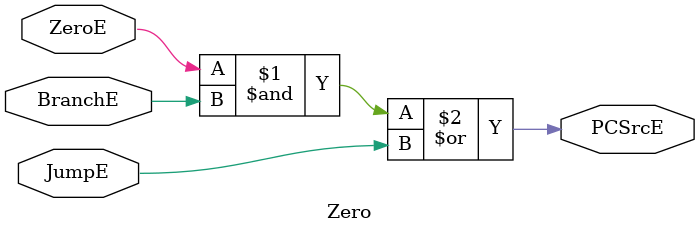
<source format=v>
`timescale 1ns / 1ps

module Zero(
    input ZeroE,
    input BranchE,
    input JumpE,
    output PCSrcE
    );
    
assign PCSrcE = (ZeroE & BranchE)|(JumpE);
endmodule

</source>
